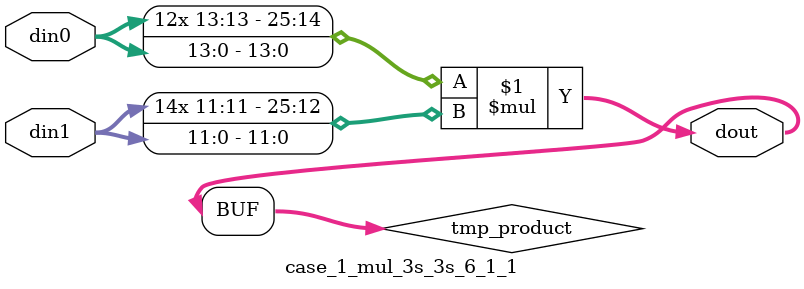
<source format=v>

`timescale 1 ns / 1 ps

 (* use_dsp = "no" *)  module case_1_mul_3s_3s_6_1_1(din0, din1, dout);
parameter ID = 1;
parameter NUM_STAGE = 0;
parameter din0_WIDTH = 14;
parameter din1_WIDTH = 12;
parameter dout_WIDTH = 26;

input [din0_WIDTH - 1 : 0] din0; 
input [din1_WIDTH - 1 : 0] din1; 
output [dout_WIDTH - 1 : 0] dout;

wire signed [dout_WIDTH - 1 : 0] tmp_product;



























assign tmp_product = $signed(din0) * $signed(din1);








assign dout = tmp_product;





















endmodule

</source>
